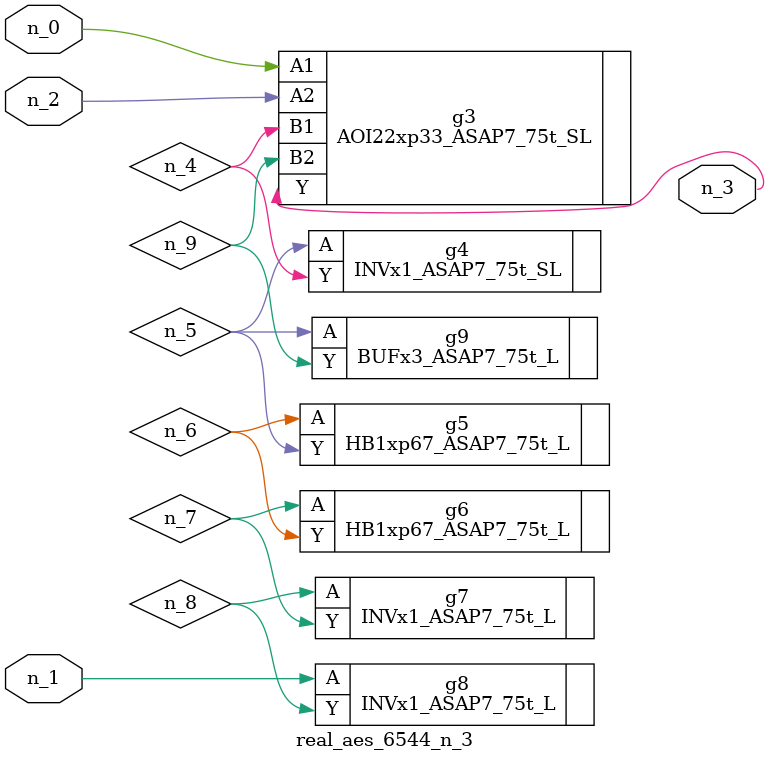
<source format=v>
module real_aes_6544_n_3 (n_0, n_2, n_1, n_3);
input n_0;
input n_2;
input n_1;
output n_3;
wire n_4;
wire n_5;
wire n_7;
wire n_9;
wire n_6;
wire n_8;
AOI22xp33_ASAP7_75t_SL g3 ( .A1(n_0), .A2(n_2), .B1(n_4), .B2(n_9), .Y(n_3) );
INVx1_ASAP7_75t_L g8 ( .A(n_1), .Y(n_8) );
INVx1_ASAP7_75t_SL g4 ( .A(n_5), .Y(n_4) );
BUFx3_ASAP7_75t_L g9 ( .A(n_5), .Y(n_9) );
HB1xp67_ASAP7_75t_L g5 ( .A(n_6), .Y(n_5) );
HB1xp67_ASAP7_75t_L g6 ( .A(n_7), .Y(n_6) );
INVx1_ASAP7_75t_L g7 ( .A(n_8), .Y(n_7) );
endmodule
</source>
